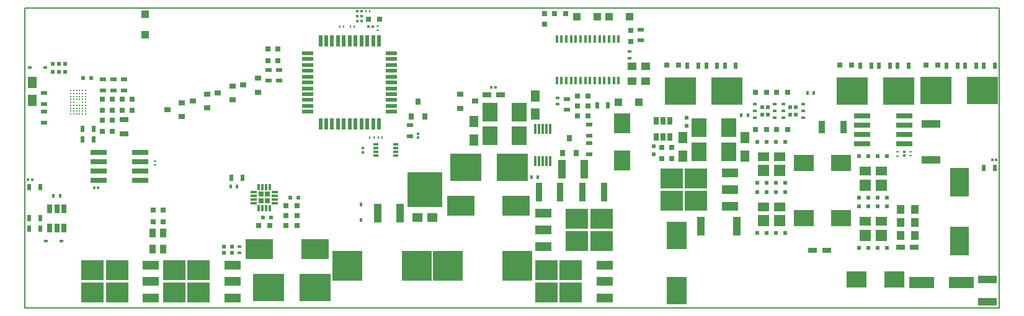
<source format=gbr>
G04 #@! TF.FileFunction,Paste,Top*
%FSLAX46Y46*%
G04 Gerber Fmt 4.6, Leading zero omitted, Abs format (unit mm)*
G04 Created by KiCad (PCBNEW 4.0.7) date 06/06/18 14:30:24*
%MOMM*%
%LPD*%
G01*
G04 APERTURE LIST*
%ADD10C,0.100000*%
%ADD11C,0.150000*%
%ADD12R,0.300000X0.350000*%
%ADD13R,0.350000X0.300000*%
%ADD14R,0.800000X0.750000*%
%ADD15R,0.600000X0.500000*%
%ADD16R,3.750000X2.700000*%
%ADD17R,2.700000X3.750000*%
%ADD18R,1.250000X1.500000*%
%ADD19R,0.750000X0.800000*%
%ADD20R,0.500000X0.600000*%
%ADD21R,3.500000X1.600000*%
%ADD22R,1.250000X1.000000*%
%ADD23R,2.500000X1.000000*%
%ADD24R,2.500000X4.000000*%
%ADD25R,1.000000X1.250000*%
%ADD26R,0.800000X0.800000*%
%ADD27R,1.100000X1.100000*%
%ADD28R,0.900000X0.800000*%
%ADD29R,1.400000X1.270000*%
%ADD30R,4.720000X4.800000*%
%ADD31R,4.241800X3.810000*%
%ADD32R,0.300000X1.450000*%
%ADD33R,0.280000X0.430000*%
%ADD34R,4.100000X4.100000*%
%ADD35R,0.900000X2.500000*%
%ADD36R,2.200000X2.700000*%
%ADD37R,2.700000X2.200000*%
%ADD38R,0.630000X0.450000*%
%ADD39R,0.480000X0.630000*%
%ADD40R,1.570000X1.235000*%
%ADD41R,1.570000X1.585000*%
%ADD42R,0.490000X0.490000*%
%ADD43R,0.800000X0.900000*%
%ADD44R,2.200000X1.200000*%
%ADD45R,3.050000X2.750000*%
%ADD46R,0.430000X0.280000*%
%ADD47R,0.900000X0.500000*%
%ADD48R,0.500000X0.900000*%
%ADD49R,0.400000X0.600000*%
%ADD50R,0.600000X0.400000*%
%ADD51R,1.000000X2.500000*%
%ADD52R,1.300000X0.700000*%
%ADD53R,0.900000X1.700000*%
%ADD54R,2.199640X0.797560*%
%ADD55R,0.550000X1.500000*%
%ADD56R,1.500000X0.550000*%
%ADD57R,0.650000X1.220000*%
%ADD58R,0.813000X0.305000*%
%ADD59R,0.305000X0.813000*%
%ADD60R,0.700000X0.700000*%
%ADD61C,0.225000*%
%ADD62R,0.650000X1.060000*%
%ADD63R,0.400000X1.100000*%
%ADD64R,0.749300X0.299720*%
%ADD65R,0.600000X0.450000*%
%ADD66R,0.450000X0.600000*%
%ADD67R,0.900000X1.200000*%
%ADD68R,1.200000X0.750000*%
%ADD69R,2.000000X2.500000*%
G04 APERTURE END LIST*
D10*
D11*
X25000000Y-164000000D02*
X25000000Y-123000000D01*
X158000000Y-164000000D02*
X25000000Y-164000000D01*
X158000000Y-123000000D02*
X158000000Y-164000000D01*
X25000000Y-123000000D02*
X158000000Y-123000000D01*
D12*
X35010000Y-147590000D03*
X34450000Y-147590000D03*
D13*
X145040000Y-142640000D03*
X145040000Y-143200000D03*
D12*
X70920000Y-123420000D03*
X70360000Y-123420000D03*
X70920000Y-124120000D03*
X70360000Y-124120000D03*
X70920000Y-124820000D03*
X70360000Y-124820000D03*
D14*
X71920000Y-124530000D03*
X73420000Y-124530000D03*
D12*
X71920000Y-125560000D03*
X72480000Y-125560000D03*
D13*
X71090000Y-142180000D03*
X71090000Y-142740000D03*
X78670000Y-140750000D03*
X78670000Y-140190000D03*
D14*
X62130000Y-151410000D03*
X60630000Y-151410000D03*
D15*
X61230000Y-148960000D03*
X62330000Y-148960000D03*
D14*
X62130000Y-150060000D03*
X60630000Y-150060000D03*
X62130000Y-152760000D03*
X60630000Y-152760000D03*
D15*
X57520000Y-151650000D03*
X58620000Y-151650000D03*
D14*
X58430000Y-152750000D03*
X56930000Y-152750000D03*
D16*
X64565000Y-155960000D03*
X57015000Y-155960000D03*
D15*
X52190000Y-156450000D03*
X53290000Y-156450000D03*
X52190000Y-155600000D03*
X53290000Y-155600000D03*
D17*
X113990000Y-161625000D03*
X113990000Y-154075000D03*
D16*
X84515000Y-150050000D03*
X92065000Y-150050000D03*
D12*
X88670000Y-133890000D03*
X89230000Y-133890000D03*
D18*
X25980000Y-135650000D03*
X25980000Y-133150000D03*
D19*
X35570000Y-135490000D03*
X35570000Y-136990000D03*
D20*
X30450000Y-131750000D03*
X30450000Y-130650000D03*
X29600000Y-131750000D03*
X29600000Y-130650000D03*
D15*
X34070000Y-132570000D03*
X32970000Y-132570000D03*
D20*
X28750000Y-131750000D03*
X28750000Y-130650000D03*
D19*
X36920000Y-135490000D03*
X36920000Y-136990000D03*
X38270000Y-135490000D03*
X38270000Y-136990000D03*
X39620000Y-135490000D03*
X39620000Y-136990000D03*
X35570000Y-138340000D03*
X35570000Y-139840000D03*
X36920000Y-138340000D03*
X36920000Y-139840000D03*
X113250000Y-142100000D03*
X113250000Y-143600000D03*
X111900000Y-142100000D03*
X111900000Y-143600000D03*
D20*
X110800000Y-143000000D03*
X110800000Y-141900000D03*
X115290000Y-137980000D03*
X115290000Y-139080000D03*
D14*
X127610000Y-139640000D03*
X129110000Y-139640000D03*
X126250000Y-134540000D03*
X124750000Y-134540000D03*
X127600000Y-134540000D03*
X129100000Y-134540000D03*
X126260000Y-139640000D03*
X124760000Y-139640000D03*
D12*
X157040000Y-143780000D03*
X157600000Y-143780000D03*
D14*
X98820000Y-123750000D03*
X97320000Y-123750000D03*
D19*
X95970000Y-123750000D03*
X95970000Y-125250000D03*
D21*
X147440000Y-160510000D03*
X152840000Y-160510000D03*
D22*
X109740000Y-133010000D03*
X109740000Y-131010000D03*
X107910000Y-133010000D03*
X107910000Y-131010000D03*
D14*
X100390000Y-136390000D03*
X101890000Y-136390000D03*
D23*
X156400000Y-163150000D03*
X156400000Y-160150000D03*
D24*
X152590000Y-146820000D03*
X152590000Y-154820000D03*
D25*
X144490000Y-154130000D03*
X146490000Y-154130000D03*
X144490000Y-152330000D03*
X146490000Y-152330000D03*
X144490000Y-150530000D03*
X146490000Y-150530000D03*
D14*
X100380000Y-135030000D03*
X101880000Y-135030000D03*
X100390000Y-137750000D03*
X101890000Y-137750000D03*
D19*
X107680000Y-127610000D03*
X107680000Y-126110000D03*
D26*
X59540000Y-130250000D03*
X59540000Y-128650000D03*
D27*
X41400000Y-126700000D03*
X41400000Y-123900000D03*
D28*
X46430000Y-137840000D03*
X46430000Y-135940000D03*
X44430000Y-136890000D03*
X49890000Y-136690000D03*
X49890000Y-134790000D03*
X47890000Y-135740000D03*
X53340000Y-135590000D03*
X53340000Y-133690000D03*
X51340000Y-134640000D03*
X56790000Y-134500000D03*
X56790000Y-132600000D03*
X54790000Y-133550000D03*
D29*
X80620000Y-151660000D03*
D30*
X79580000Y-147860000D03*
D29*
X78540000Y-151660000D03*
D26*
X114240000Y-130850000D03*
X112640000Y-130850000D03*
X58190000Y-130250000D03*
X58190000Y-128650000D03*
X149600000Y-130850000D03*
X148000000Y-130850000D03*
X137840000Y-130850000D03*
X136240000Y-130850000D03*
D27*
X100320000Y-124250000D03*
X103120000Y-124250000D03*
X107560000Y-124250000D03*
X104760000Y-124250000D03*
X105970000Y-135890000D03*
X108770000Y-135890000D03*
D31*
X58272300Y-161210000D03*
X64647700Y-161210000D03*
X120817700Y-134340000D03*
X114442300Y-134340000D03*
X149322300Y-134320000D03*
X155697700Y-134320000D03*
X137892300Y-134330000D03*
X144267700Y-134330000D03*
D32*
X96670000Y-139530000D03*
X96170000Y-139530000D03*
X95670000Y-139530000D03*
X95170000Y-139530000D03*
X94670000Y-139530000D03*
X94670000Y-143930000D03*
X95170000Y-143930000D03*
X95670000Y-143930000D03*
X96170000Y-143930000D03*
X96670000Y-143930000D03*
D33*
X71560000Y-123470000D03*
X72080000Y-123470000D03*
D34*
X78510000Y-158250000D03*
X69010000Y-158250000D03*
D35*
X98040000Y-148200000D03*
X95140000Y-148200000D03*
D34*
X92240000Y-158250000D03*
X82740000Y-158250000D03*
D35*
X101120000Y-148200000D03*
X104020000Y-148200000D03*
D36*
X106500000Y-143850000D03*
X106500000Y-138750000D03*
D37*
X136400000Y-144150000D03*
X131300000Y-144150000D03*
X136400000Y-151700000D03*
X131300000Y-151700000D03*
X143650000Y-160150000D03*
X138550000Y-160150000D03*
D38*
X131200000Y-138040000D03*
X131200000Y-137090000D03*
X131200000Y-136140000D03*
X128520000Y-136140000D03*
X128520000Y-137090000D03*
X128520000Y-138040000D03*
D39*
X129460000Y-136565000D03*
X129460000Y-137615000D03*
X130260000Y-136565000D03*
X130260000Y-137615000D03*
D38*
X127350000Y-138040000D03*
X127350000Y-137090000D03*
X127350000Y-136140000D03*
X124670000Y-136140000D03*
X124670000Y-137090000D03*
X124670000Y-138040000D03*
D39*
X125610000Y-136565000D03*
X125610000Y-137615000D03*
X126410000Y-136565000D03*
X126410000Y-137615000D03*
D40*
X127995000Y-150162500D03*
X125805000Y-150162500D03*
D41*
X127995000Y-152072500D03*
X125805000Y-152072500D03*
D42*
X126265000Y-148160000D03*
X127535000Y-148160000D03*
X128805000Y-148160000D03*
X124995000Y-148160000D03*
X124995000Y-153760000D03*
X128805000Y-153760000D03*
X127535000Y-153760000D03*
X126265000Y-153760000D03*
D40*
X127995000Y-143312500D03*
X125805000Y-143312500D03*
D41*
X127995000Y-145222500D03*
X125805000Y-145222500D03*
D42*
X126265000Y-141310000D03*
X127535000Y-141310000D03*
X128805000Y-141310000D03*
X124995000Y-141310000D03*
X124995000Y-146910000D03*
X128805000Y-146910000D03*
X127535000Y-146910000D03*
X126265000Y-146910000D03*
D40*
X141885000Y-152152500D03*
X139695000Y-152152500D03*
D41*
X141885000Y-154062500D03*
X139695000Y-154062500D03*
D42*
X140155000Y-150150000D03*
X141425000Y-150150000D03*
X142695000Y-150150000D03*
X138885000Y-150150000D03*
X138885000Y-155750000D03*
X142695000Y-155750000D03*
X141425000Y-155750000D03*
X140155000Y-155750000D03*
D40*
X141885000Y-145302500D03*
X139695000Y-145302500D03*
D41*
X141885000Y-147212500D03*
X139695000Y-147212500D03*
D42*
X140155000Y-143300000D03*
X141425000Y-143300000D03*
X142695000Y-143300000D03*
X138885000Y-143300000D03*
X138885000Y-148900000D03*
X142695000Y-148900000D03*
X141425000Y-148900000D03*
X140155000Y-148900000D03*
D43*
X77690000Y-137800000D03*
X79590000Y-137800000D03*
X78640000Y-135800000D03*
D44*
X53340000Y-162680000D03*
X53340000Y-160400000D03*
X53340000Y-158120000D03*
D45*
X45365000Y-158875000D03*
X48715000Y-161925000D03*
X45365000Y-161925000D03*
X48715000Y-158875000D03*
D44*
X42190000Y-162680000D03*
X42190000Y-160400000D03*
X42190000Y-158120000D03*
D45*
X34215000Y-158875000D03*
X37565000Y-161925000D03*
X34215000Y-161925000D03*
X37565000Y-158875000D03*
D43*
X98370000Y-142800000D03*
X100270000Y-142800000D03*
X99320000Y-140800000D03*
D44*
X95740000Y-151070000D03*
X95740000Y-153350000D03*
X95740000Y-155630000D03*
D45*
X103715000Y-154875000D03*
X100365000Y-151825000D03*
X103715000Y-151825000D03*
X100365000Y-154875000D03*
D44*
X104140000Y-162680000D03*
X104140000Y-160400000D03*
X104140000Y-158120000D03*
D45*
X96165000Y-158875000D03*
X99515000Y-161925000D03*
X96165000Y-161925000D03*
X99515000Y-158875000D03*
D44*
X121240000Y-150080000D03*
X121240000Y-147800000D03*
X121240000Y-145520000D03*
D45*
X113265000Y-146275000D03*
X116615000Y-149325000D03*
X113265000Y-149325000D03*
X116615000Y-146275000D03*
D46*
X145910000Y-142690000D03*
X145910000Y-143210000D03*
D47*
X59690000Y-132950000D03*
X59690000Y-131450000D03*
D46*
X42740000Y-144480000D03*
X42740000Y-143960000D03*
X144120000Y-143220000D03*
X144120000Y-142700000D03*
D33*
X69910000Y-125560000D03*
X69390000Y-125560000D03*
X67970000Y-125580000D03*
X68490000Y-125580000D03*
D46*
X73190000Y-125520000D03*
X73190000Y-126040000D03*
D33*
X72090000Y-140710000D03*
X72610000Y-140710000D03*
X73770000Y-140700000D03*
X73250000Y-140700000D03*
D47*
X77590000Y-140550000D03*
X77590000Y-139050000D03*
D48*
X25600000Y-153190000D03*
X27100000Y-153190000D03*
X27100000Y-151740000D03*
X25600000Y-151740000D03*
D49*
X28900000Y-148700000D03*
X29800000Y-148700000D03*
X53050000Y-147410000D03*
X53950000Y-147410000D03*
D50*
X54240000Y-156500000D03*
X54240000Y-155600000D03*
D49*
X94120000Y-146100000D03*
X95020000Y-146100000D03*
D48*
X54700000Y-146210000D03*
X53200000Y-146210000D03*
D51*
X117290000Y-152850000D03*
X122190000Y-152850000D03*
D47*
X27600000Y-137200000D03*
X27600000Y-138700000D03*
D48*
X32870000Y-140980000D03*
X34370000Y-140980000D03*
X32870000Y-139530000D03*
X34370000Y-139530000D03*
D47*
X27600000Y-136150000D03*
X27600000Y-134650000D03*
D48*
X155900000Y-144850000D03*
X157400000Y-144850000D03*
D52*
X38520000Y-140190000D03*
X38520000Y-138290000D03*
D47*
X37070000Y-132790000D03*
X37070000Y-134290000D03*
X35620000Y-132790000D03*
X35620000Y-134290000D03*
X38520000Y-132790000D03*
X38520000Y-134290000D03*
D53*
X136710000Y-139240000D03*
X133810000Y-139240000D03*
D49*
X123680000Y-137710000D03*
X122780000Y-137710000D03*
D23*
X148690000Y-143770000D03*
X148690000Y-138870000D03*
D49*
X131820000Y-134630000D03*
X132720000Y-134630000D03*
D48*
X120540000Y-130900000D03*
X122040000Y-130900000D03*
X117990000Y-130900000D03*
X119490000Y-130900000D03*
X157400000Y-130890000D03*
X155900000Y-130890000D03*
X154850000Y-130890000D03*
X153350000Y-130890000D03*
X144140000Y-130900000D03*
X145640000Y-130900000D03*
X141590000Y-130900000D03*
X143090000Y-130900000D03*
D47*
X58240000Y-132950000D03*
X58240000Y-131450000D03*
D48*
X115440000Y-130900000D03*
X116940000Y-130900000D03*
X152300000Y-130890000D03*
X150800000Y-130890000D03*
X139040000Y-130900000D03*
X140540000Y-130900000D03*
D50*
X107490000Y-129850000D03*
X107490000Y-128950000D03*
D48*
X104610000Y-136340000D03*
X103110000Y-136340000D03*
D47*
X102000000Y-143000000D03*
X102000000Y-141500000D03*
X102000000Y-138950000D03*
X102000000Y-140450000D03*
X98960000Y-135440000D03*
X98960000Y-136940000D03*
X109090000Y-125950000D03*
X109090000Y-127450000D03*
D50*
X97750000Y-135290000D03*
X97750000Y-136190000D03*
D54*
X40767660Y-146582460D03*
X40767660Y-145312460D03*
X40767660Y-144047540D03*
X40767660Y-142777540D03*
X35032340Y-142777540D03*
X35032340Y-144047540D03*
X35032340Y-145312460D03*
X35032340Y-146582460D03*
X145057660Y-141582460D03*
X145057660Y-140312460D03*
X145057660Y-139047540D03*
X145057660Y-137777540D03*
X139322340Y-137777540D03*
X139322340Y-139047540D03*
X139322340Y-140312460D03*
X139322340Y-141582460D03*
D55*
X65330000Y-138890000D03*
X66130000Y-138890000D03*
X66930000Y-138890000D03*
X67730000Y-138890000D03*
X68530000Y-138890000D03*
X69330000Y-138890000D03*
X70130000Y-138890000D03*
X70930000Y-138890000D03*
X71730000Y-138890000D03*
X72530000Y-138890000D03*
X73330000Y-138890000D03*
D56*
X75030000Y-137190000D03*
X75030000Y-136390000D03*
X75030000Y-135590000D03*
X75030000Y-134790000D03*
X75030000Y-133990000D03*
X75030000Y-133190000D03*
X75030000Y-132390000D03*
X75030000Y-131590000D03*
X75030000Y-130790000D03*
X75030000Y-129990000D03*
X75030000Y-129190000D03*
D55*
X73330000Y-127490000D03*
X72530000Y-127490000D03*
X71730000Y-127490000D03*
X70930000Y-127490000D03*
X70130000Y-127490000D03*
X69330000Y-127490000D03*
X68530000Y-127490000D03*
X67730000Y-127490000D03*
X66930000Y-127490000D03*
X66130000Y-127490000D03*
X65330000Y-127490000D03*
D56*
X63630000Y-129190000D03*
X63630000Y-129990000D03*
X63630000Y-130790000D03*
X63630000Y-131590000D03*
X63630000Y-132390000D03*
X63630000Y-133190000D03*
X63630000Y-133990000D03*
X63630000Y-134790000D03*
X63630000Y-135590000D03*
X63630000Y-136390000D03*
X63630000Y-137190000D03*
D57*
X28400000Y-153040000D03*
X29350000Y-153040000D03*
X30300000Y-153040000D03*
X30300000Y-150420000D03*
X29350000Y-150420000D03*
X28400000Y-150420000D03*
D58*
X56202000Y-148160000D03*
X56202000Y-148660000D03*
X56202000Y-149160000D03*
X56202000Y-149660000D03*
D59*
X56900000Y-150358000D03*
X57400000Y-150358000D03*
X57900000Y-150358000D03*
X58400000Y-150358000D03*
D58*
X59098000Y-149660000D03*
X59098000Y-149160000D03*
X59098000Y-148660000D03*
X59098000Y-148160000D03*
D59*
X58400000Y-147462000D03*
X57900000Y-147462000D03*
X57400000Y-147462000D03*
X56900000Y-147462000D03*
D60*
X58100000Y-149360000D03*
X58100000Y-148460000D03*
X57200000Y-149360000D03*
X57200000Y-148460000D03*
D28*
X84420000Y-134810000D03*
X84420000Y-136710000D03*
X86420000Y-135760000D03*
D61*
X33270000Y-137500000D03*
X33270000Y-137100000D03*
X33270000Y-136700000D03*
X33270000Y-136300000D03*
X33270000Y-135900000D03*
X33270000Y-135500000D03*
X33270000Y-135100000D03*
X33270000Y-134700000D03*
X33270000Y-134300000D03*
X32870000Y-134300000D03*
X32870000Y-134700000D03*
X32870000Y-135100000D03*
X32870000Y-135500000D03*
X32870000Y-135900000D03*
X32870000Y-136300000D03*
X32870000Y-136700000D03*
X32870000Y-137100000D03*
X32870000Y-137500000D03*
X32470000Y-137500000D03*
X32470000Y-137100000D03*
X32470000Y-136700000D03*
X32470000Y-136300000D03*
X32470000Y-135500000D03*
X32470000Y-135100000D03*
X32470000Y-134700000D03*
X32470000Y-134300000D03*
X32070000Y-134300000D03*
X32070000Y-134700000D03*
X32070000Y-135100000D03*
X32070000Y-135500000D03*
X32070000Y-136300000D03*
X32070000Y-136700000D03*
X32070000Y-137100000D03*
X32070000Y-137500000D03*
X31670000Y-137500000D03*
X31670000Y-137100000D03*
X31670000Y-136700000D03*
X31670000Y-136300000D03*
X31670000Y-135900000D03*
X31670000Y-135500000D03*
X31670000Y-135100000D03*
X31670000Y-134700000D03*
X31670000Y-134300000D03*
X31270000Y-134300000D03*
X31270000Y-134700000D03*
X31270000Y-135100000D03*
X31270000Y-135500000D03*
X31270000Y-135900000D03*
X31270000Y-136300000D03*
X31270000Y-136700000D03*
X31270000Y-137100000D03*
X31270000Y-137500000D03*
D62*
X113050000Y-138400000D03*
X112100000Y-138400000D03*
X111150000Y-138400000D03*
X111150000Y-140600000D03*
X113050000Y-140600000D03*
X112100000Y-140600000D03*
D63*
X97595000Y-132960000D03*
X98245000Y-132960000D03*
X98895000Y-132960000D03*
X99545000Y-132960000D03*
X100195000Y-132960000D03*
X100845000Y-132960000D03*
X101495000Y-132960000D03*
X102145000Y-132960000D03*
X102795000Y-132960000D03*
X103445000Y-132960000D03*
X104095000Y-132960000D03*
X104745000Y-132960000D03*
X105395000Y-132960000D03*
X106045000Y-132960000D03*
X106045000Y-127260000D03*
X105395000Y-127260000D03*
X104745000Y-127260000D03*
X104095000Y-127260000D03*
X103445000Y-127260000D03*
X102795000Y-127260000D03*
X102145000Y-127260000D03*
X101495000Y-127260000D03*
X100845000Y-127260000D03*
X100195000Y-127260000D03*
X99545000Y-127260000D03*
X98895000Y-127260000D03*
X98245000Y-127260000D03*
X97595000Y-127260000D03*
D64*
X72875860Y-141650700D03*
X72875860Y-142151080D03*
X72875860Y-142648920D03*
X72875860Y-143149300D03*
X75624140Y-143149300D03*
X75624140Y-142648920D03*
X75624140Y-142151080D03*
X75624140Y-141650700D03*
D12*
X25400000Y-146450000D03*
X25960000Y-146450000D03*
D31*
X85142300Y-144800000D03*
X91517700Y-144800000D03*
D48*
X25600000Y-147520000D03*
X27100000Y-147520000D03*
D65*
X27750000Y-131150000D03*
X25650000Y-131150000D03*
X27850000Y-154900000D03*
X29950000Y-154900000D03*
D66*
X70880000Y-149900000D03*
X70880000Y-152000000D03*
D26*
X42540000Y-152240000D03*
X42540000Y-150640000D03*
X43890000Y-152250000D03*
X43890000Y-150650000D03*
D67*
X42390000Y-155990000D03*
X42390000Y-153790000D03*
X43840000Y-156000000D03*
X43840000Y-153800000D03*
D51*
X73170000Y-151050000D03*
X76170000Y-151050000D03*
X98320000Y-145050000D03*
X101320000Y-145050000D03*
D18*
X94700000Y-137530000D03*
X94700000Y-135030000D03*
X86250000Y-141060000D03*
X86250000Y-138560000D03*
X123280000Y-143260000D03*
X123280000Y-140760000D03*
X114830000Y-143250000D03*
X114830000Y-140750000D03*
D68*
X146390000Y-155700000D03*
X144490000Y-155700000D03*
X132520000Y-156130000D03*
X134420000Y-156130000D03*
X88020000Y-134910000D03*
X89920000Y-134910000D03*
D69*
X117050000Y-142650000D03*
X121050000Y-142650000D03*
X88470000Y-137210000D03*
X92470000Y-137210000D03*
X92470000Y-140460000D03*
X88470000Y-140460000D03*
X117050000Y-139400000D03*
X121050000Y-139400000D03*
M02*

</source>
